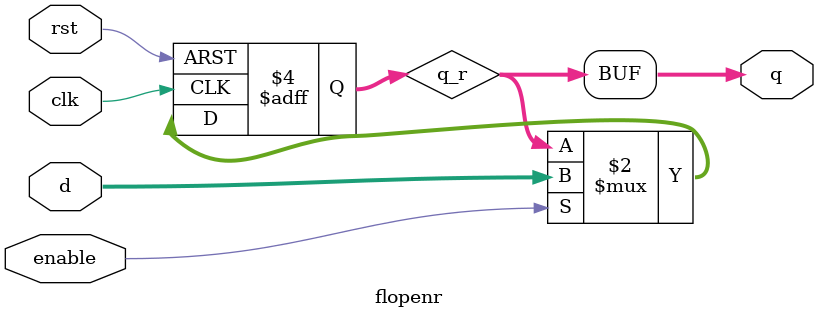
<source format=v>
/*
新state且使能情况下获得暂存的数据
在每个时钟周期上升沿，如果使能，那么将d传给q
用来在state_IF中将内存读入的数据赋值给instr，
和在PC该写的时候写入NPC
*/
module flopenr #(parameter WIDTH = 8) (
        clk,
        rst,
        enable,
        d,
        q
    );

    input                  clk;
    input                  rst;
    input                  enable;
    input  [WIDTH - 1 : 0] d;

    output [WIDTH - 1 : 0] q;

    reg    [WIDTH - 1 : 0] q_r;

    always @(posedge clk, posedge rst)
    begin
        if (rst)
        begin
            q_r <= 0;
        end
        else if (enable)
        begin
            q_r <= d;
        end
    end

    assign q = q_r;

endmodule

</source>
